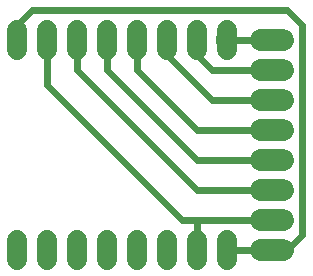
<source format=gbr>
G04 EAGLE Gerber X2 export*
G04 #@! %TF.Part,Single*
G04 #@! %TF.FileFunction,Copper,L2,Bot,Mixed*
G04 #@! %TF.FilePolarity,Positive*
G04 #@! %TF.GenerationSoftware,Autodesk,EAGLE,9.0.0*
G04 #@! %TF.CreationDate,2019-08-08T19:13:39Z*
G75*
%MOMM*%
%FSLAX34Y34*%
%LPD*%
%AMOC8*
5,1,8,0,0,1.08239X$1,22.5*%
G01*
%ADD10C,1.879600*%
%ADD11C,1.676400*%
%ADD12P,1.924489X8X22.500000*%
%ADD13C,0.609600*%


D10*
X219202Y88900D02*
X237998Y88900D01*
X237998Y114300D02*
X219202Y114300D01*
X219202Y139700D02*
X237998Y139700D01*
X237998Y165100D02*
X219202Y165100D01*
X219202Y190500D02*
X237998Y190500D01*
X237998Y215900D02*
X219202Y215900D01*
X219202Y241300D02*
X237998Y241300D01*
X237998Y266700D02*
X219202Y266700D01*
D11*
X12700Y97282D02*
X12700Y80518D01*
X38100Y80518D02*
X38100Y97282D01*
X63500Y97282D02*
X63500Y80518D01*
X88900Y80518D02*
X88900Y97282D01*
X114300Y97282D02*
X114300Y80518D01*
X139700Y80518D02*
X139700Y97282D01*
X165100Y97282D02*
X165100Y80518D01*
X190500Y80518D02*
X190500Y97282D01*
X190500Y258318D02*
X190500Y275082D01*
X165100Y275082D02*
X165100Y258318D01*
X139700Y258318D02*
X139700Y275082D01*
X114300Y275082D02*
X114300Y258318D01*
X88900Y258318D02*
X88900Y275082D01*
X63500Y275082D02*
X63500Y258318D01*
X38100Y258318D02*
X38100Y275082D01*
X12700Y275082D02*
X12700Y258318D01*
D12*
X190500Y266700D03*
D13*
X228600Y266700D01*
X165100Y266700D02*
X165100Y254000D01*
X177800Y241300D01*
X228600Y241300D01*
X228600Y215900D02*
X177800Y215900D01*
X139700Y254000D01*
X139700Y266700D01*
X165100Y190500D02*
X228600Y190500D01*
X165100Y190500D02*
X114300Y241300D01*
X114300Y266700D01*
X165100Y165100D02*
X228600Y165100D01*
X165100Y165100D02*
X88900Y241300D01*
X88900Y266700D01*
X165100Y139700D02*
X228600Y139700D01*
X165100Y139700D02*
X63500Y241300D01*
X63500Y266700D01*
X165100Y114300D02*
X228600Y114300D01*
X165100Y114300D02*
X165100Y88900D01*
X38100Y228600D02*
X38100Y266700D01*
X38100Y228600D02*
X152400Y114300D01*
X165100Y114300D01*
X190500Y88900D02*
X228600Y88900D01*
X12700Y266700D02*
X12700Y279400D01*
X25400Y292100D01*
X241300Y292100D01*
X254000Y279400D01*
X254000Y101600D01*
X241300Y88900D01*
X228600Y88900D01*
M02*

</source>
